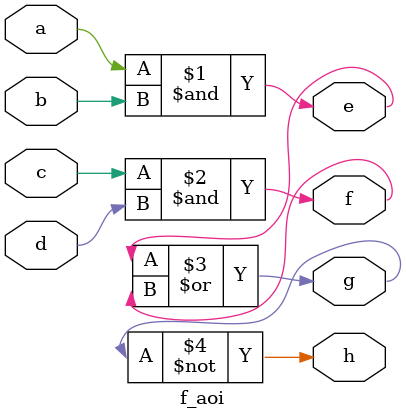
<source format=v>
`timescale 1ns / 1ps


module f_aoi(
  input a,
  input b,
  input c,
  input d,
  output e,
  output f,
  output g,
  output h
    );
    
    
    assign e = a & b; 
    assign f = c & d;
    assign g = e | f;
    assign h = ~g;
    
endmodule

</source>
